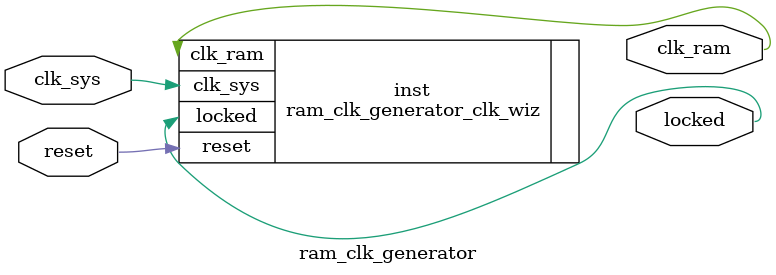
<source format=v>


`timescale 1ps/1ps

(* CORE_GENERATION_INFO = "ram_clk_generator,clk_wiz_v6_0_4_0_0,{component_name=ram_clk_generator,use_phase_alignment=true,use_min_o_jitter=false,use_max_i_jitter=false,use_dyn_phase_shift=false,use_inclk_switchover=false,use_dyn_reconfig=false,enable_axi=0,feedback_source=FDBK_AUTO,PRIMITIVE=MMCM,num_out_clk=1,clkin1_period=10.000,clkin2_period=10.000,use_power_down=false,use_reset=true,use_locked=true,use_inclk_stopped=false,feedback_type=SINGLE,CLOCK_MGR_TYPE=NA,manual_override=false}" *)

module ram_clk_generator 
 (
  // Clock out ports
  output        clk_ram,
  // Status and control signals
  input         reset,
  output        locked,
 // Clock in ports
  input         clk_sys
 );

  ram_clk_generator_clk_wiz inst
  (
  // Clock out ports  
  .clk_ram(clk_ram),
  // Status and control signals               
  .reset(reset), 
  .locked(locked),
 // Clock in ports
  .clk_sys(clk_sys)
  );

endmodule

</source>
